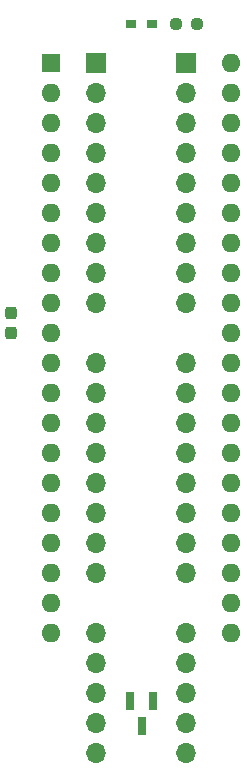
<source format=gbr>
G04 #@! TF.GenerationSoftware,KiCad,Pcbnew,9.0.6-9.0.6~ubuntu25.10.1*
G04 #@! TF.CreationDate,2025-12-24T11:00:37+09:00*
G04 #@! TF.ProjectId,bionic-z8002,62696f6e-6963-42d7-9a38-3030322e6b69,1*
G04 #@! TF.SameCoordinates,Original*
G04 #@! TF.FileFunction,Soldermask,Top*
G04 #@! TF.FilePolarity,Negative*
%FSLAX46Y46*%
G04 Gerber Fmt 4.6, Leading zero omitted, Abs format (unit mm)*
G04 Created by KiCad (PCBNEW 9.0.6-9.0.6~ubuntu25.10.1) date 2025-12-24 11:00:37*
%MOMM*%
%LPD*%
G01*
G04 APERTURE LIST*
G04 Aperture macros list*
%AMRoundRect*
0 Rectangle with rounded corners*
0 $1 Rounding radius*
0 $2 $3 $4 $5 $6 $7 $8 $9 X,Y pos of 4 corners*
0 Add a 4 corners polygon primitive as box body*
4,1,4,$2,$3,$4,$5,$6,$7,$8,$9,$2,$3,0*
0 Add four circle primitives for the rounded corners*
1,1,$1+$1,$2,$3*
1,1,$1+$1,$4,$5*
1,1,$1+$1,$6,$7*
1,1,$1+$1,$8,$9*
0 Add four rect primitives between the rounded corners*
20,1,$1+$1,$2,$3,$4,$5,0*
20,1,$1+$1,$4,$5,$6,$7,0*
20,1,$1+$1,$6,$7,$8,$9,0*
20,1,$1+$1,$8,$9,$2,$3,0*%
G04 Aperture macros list end*
%ADD10O,1.700000X1.700000*%
%ADD11R,1.700000X1.700000*%
%ADD12R,1.600000X1.600000*%
%ADD13O,1.600000X1.600000*%
%ADD14RoundRect,0.237500X0.237500X-0.300000X0.237500X0.300000X-0.237500X0.300000X-0.237500X-0.300000X0*%
%ADD15R,0.965200X0.762000*%
%ADD16RoundRect,0.237500X-0.250000X-0.237500X0.250000X-0.237500X0.250000X0.237500X-0.250000X0.237500X0*%
%ADD17R,0.660400X1.625600*%
G04 APERTURE END LIST*
D10*
X117510000Y-133500000D03*
X117510000Y-130960000D03*
X117510000Y-128420000D03*
X117510000Y-125880000D03*
X117510000Y-123340000D03*
X117510000Y-118260000D03*
X117510000Y-115720000D03*
X117510000Y-113180000D03*
X117510000Y-110640000D03*
X117510000Y-108100000D03*
X117510000Y-105560000D03*
X117510000Y-103020000D03*
X117510000Y-100480000D03*
X117510000Y-95400000D03*
X117510000Y-92860000D03*
X117510000Y-90320000D03*
X117510000Y-87780000D03*
X117510000Y-85240000D03*
X117510000Y-82700000D03*
X117510000Y-80160000D03*
X117510000Y-77620000D03*
D11*
X117510000Y-75080000D03*
X109890000Y-75080000D03*
D10*
X109890000Y-77620000D03*
X109890000Y-80160000D03*
X109890000Y-82700000D03*
X109890000Y-85240000D03*
X109890000Y-87780000D03*
X109890000Y-90320000D03*
X109890000Y-92860000D03*
X109890000Y-95400000D03*
X109890000Y-100480000D03*
X109890000Y-103020000D03*
X109890000Y-105560000D03*
X109890000Y-108100000D03*
X109890000Y-110640000D03*
X109890000Y-113180000D03*
X109890000Y-115720000D03*
X109890000Y-118260000D03*
X109890000Y-123340000D03*
X109890000Y-125880000D03*
X109890000Y-128420000D03*
X109890000Y-130960000D03*
X109890000Y-133500000D03*
D12*
X106080000Y-75080000D03*
D13*
X106080000Y-77620000D03*
X106080000Y-80160000D03*
X106080000Y-82700000D03*
X106080000Y-85240000D03*
X106080000Y-87780000D03*
X106080000Y-90320000D03*
X106080000Y-92860000D03*
X106080000Y-95400000D03*
X106080000Y-97940000D03*
X106080000Y-100480000D03*
X106080000Y-103020000D03*
X106080000Y-105560000D03*
X106080000Y-108100000D03*
X106080000Y-110640000D03*
X106080000Y-113180000D03*
X106080000Y-115720000D03*
X106080000Y-118260000D03*
X106080000Y-120800000D03*
X106080000Y-123340000D03*
X121320000Y-123340000D03*
X121320000Y-120800000D03*
X121320000Y-118260000D03*
X121320000Y-115720000D03*
X121320000Y-113180000D03*
X121320000Y-110640000D03*
X121320000Y-108100000D03*
X121320000Y-105560000D03*
X121320000Y-103020000D03*
X121320000Y-100480000D03*
X121320000Y-97940000D03*
X121320000Y-95400000D03*
X121320000Y-92860000D03*
X121320000Y-90320000D03*
X121320000Y-87780000D03*
X121320000Y-85240000D03*
X121320000Y-82700000D03*
X121320000Y-80160000D03*
X121320000Y-77620000D03*
X121320000Y-75080000D03*
D14*
X102701800Y-97914600D03*
X102701800Y-96189600D03*
D15*
X114576300Y-71778000D03*
X112823700Y-71778000D03*
D16*
X116597500Y-71778000D03*
X118422500Y-71778000D03*
D17*
X114665201Y-129055000D03*
X112765199Y-129055000D03*
X113715200Y-131187000D03*
M02*

</source>
